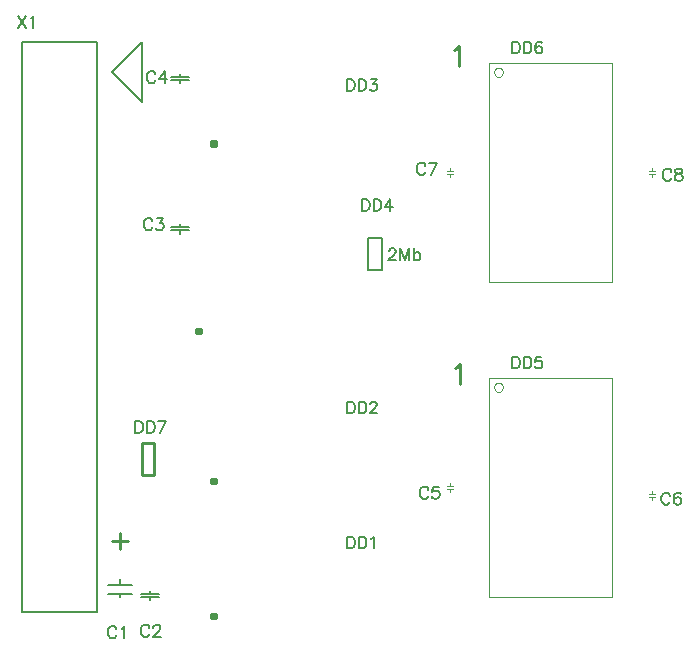
<source format=gto>
G04 Rezonit PCAD EXPORT*
G04 layer position = 4*
G04 layer base position = 4*
G04 layer type = 6*
G04 layer flash color = 12*
G04 layer line color = 12*
G04*
G04  File:            MSX2MB1.GTO, Fri Nov 10 22:01:54 2023*
G04  Source:          P-CAD 2006 PCB, Version 19.02.958, (D:\PCAD\MSX_MEM\MSX2MB\MSX2MB1.pcb)*
G04  Format:          Gerber Format (RS-274-D), ASCII*
G04*
G04  Format Options:  Absolute Positioning*
G04                   Leading-Zero Suppression*
G04                   Scale Factor 1:1*
G04                   NO Circular Interpolation*
G04                   Millimeter Units*
G04                   Numeric Format: 4.4 (XXXX.XXXX)*
G04                   G54 NOT Used for Aperture Change*
G04                   Apertures Embedded*
G04*
G04  File Options:    Offset = (0.000mm,0.000mm)*
G04                   Drill Symbol Size = 0.000mm*
G04                   No Pad/Via Holes*
G04*
G04  File Contents:   No Pads*
G04                   No Vias*
G04                   Designators*
G04                   No Types*
G04                   No Values*
G04                   No Drill Symbols*
G04                   Top Silk*
G04*
%INMSX2MB1.GTO*%
%ICAS*%
%MOMM*%
G04*
G04  Aperture MACROs for general use --- invoked via D-code assignment *
G04*
G04  General MACRO for flashed round with rotation and/or offset hole *
%AMROTOFFROUND*
1,1,$1,0.0000,0.0000*
1,0,$2,$3,$4*%
G04*
G04  General MACRO for flashed oval (obround) with rotation and/or offset hole *
%AMROTOFFOVAL*
21,1,$1,$2,0.0000,0.0000,$3*
1,1,$4,$5,$6*
1,1,$4,0-$5,0-$6*
1,0,$7,$8,$9*%
G04*
G04  General MACRO for flashed oval (obround) with rotation and no hole *
%AMROTOVALNOHOLE*
21,1,$1,$2,0.0000,0.0000,$3*
1,1,$4,$5,$6*
1,1,$4,0-$5,0-$6*%
G04*
G04  General MACRO for flashed rectangle with rotation and/or offset hole *
%AMROTOFFRECT*
21,1,$1,$2,0.0000,0.0000,$3*
1,0,$4,$5,$6*%
G04*
G04  General MACRO for flashed rectangle with rotation and no hole *
%AMROTRECTNOHOLE*
21,1,$1,$2,0.0000,0.0000,$3*%
G04*
G04  General MACRO for flashed rounded-rectangle *
%AMROUNDRECT*
21,1,$1,$2-$4,0.0000,0.0000,$3*
21,1,$1-$4,$2,0.0000,0.0000,$3*
1,1,$4,$5,$6*
1,1,$4,$7,$8*
1,1,$4,0-$5,0-$6*
1,1,$4,0-$7,0-$8*
1,0,$9,$10,$11*%
G04*
G04  General MACRO for flashed rounded-rectangle with rotation and no hole *
%AMROUNDRECTNOHOLE*
21,1,$1,$2-$4,0.0000,0.0000,$3*
21,1,$1-$4,$2,0.0000,0.0000,$3*
1,1,$4,$5,$6*
1,1,$4,$7,$8*
1,1,$4,0-$5,0-$6*
1,1,$4,0-$7,0-$8*%
G04*
G04  General MACRO for flashed regular polygon *
%AMREGPOLY*
5,1,$1,0.0000,0.0000,$2,$3+$4*
1,0,$5,$6,$7*%
G04*
G04  General MACRO for flashed regular polygon with no hole *
%AMREGPOLYNOHOLE*
5,1,$1,0.0000,0.0000,$2,$3+$4*%
G04*
G04  General MACRO for target *
%AMTARGET*
6,0,0,$1,$2,$3,4,$4,$5,$6*%
G04*
G04  General MACRO for mounting hole *
%AMMTHOLE*
1,1,$1,0,0*
1,0,$2,0,0*
$1=$1-$2*
$1=$1/2*
21,1,$2+$1,$3,0,0,$4*
21,1,$3,$2+$1,0,0,$4*%
G04*
G04*
G04  D10 : "Ellipse X0.254mm Y0.254mm H0.000mm 0.0deg (0.000mm,0.000mm) Draw"*
G04  Disc: OuterDia=0.2540*
%ADD10C, 0.2540*%
G04  D11 : "Ellipse X0.300mm Y0.300mm H0.000mm 0.0deg (0.000mm,0.000mm) Draw"*
G04  Disc: OuterDia=0.3000*
%ADD11C, 0.3000*%
G04  D12 : "Ellipse X0.381mm Y0.381mm H0.000mm 0.0deg (0.000mm,0.000mm) Draw"*
G04  Disc: OuterDia=0.3810*
%ADD12C, 0.3810*%
G04  D13 : "Ellipse X0.400mm Y0.400mm H0.000mm 0.0deg (0.000mm,0.000mm) Draw"*
G04  Disc: OuterDia=0.4000*
%ADD13C, 0.4000*%
G04  D14 : "Ellipse X0.450mm Y0.450mm H0.000mm 0.0deg (0.000mm,0.000mm) Draw"*
G04  Disc: OuterDia=0.4500*
%ADD14C, 0.4500*%
G04  D15 : "Ellipse X0.500mm Y0.500mm H0.000mm 0.0deg (0.000mm,0.000mm) Draw"*
G04  Disc: OuterDia=0.5000*
%ADD15C, 0.5000*%
G04  D16 : "Ellipse X0.050mm Y0.050mm H0.000mm 0.0deg (0.000mm,0.000mm) Draw"*
G04  Disc: OuterDia=0.0500*
%ADD16C, 0.0500*%
G04  D17 : "Ellipse X0.635mm Y0.635mm H0.000mm 0.0deg (0.000mm,0.000mm) Draw"*
G04  Disc: OuterDia=0.6350*
%ADD17C, 0.6350*%
G04  D18 : "Ellipse X0.100mm Y0.100mm H0.000mm 0.0deg (0.000mm,0.000mm) Draw"*
G04  Disc: OuterDia=0.1000*
%ADD18C, 0.1000*%
G04  D19 : "Ellipse X0.127mm Y0.127mm H0.000mm 0.0deg (0.000mm,0.000mm) Draw"*
G04  Disc: OuterDia=0.1270*
%ADD19C, 0.1270*%
G04  D20 : "Ellipse X0.150mm Y0.150mm H0.000mm 0.0deg (0.000mm,0.000mm) Draw"*
G04  Disc: OuterDia=0.1500*
%ADD20C, 0.1500*%
G04  D21 : "Ellipse X0.200mm Y0.200mm H0.000mm 0.0deg (0.000mm,0.000mm) Draw"*
G04  Disc: OuterDia=0.2000*
%ADD21C, 0.2000*%
G04  D22 : "Ellipse X0.250mm Y0.250mm H0.000mm 0.0deg (0.000mm,0.000mm) Draw"*
G04  Disc: OuterDia=0.2500*
%ADD22C, 0.2500*%
G04  D23 : "Ellipse X0.250mm Y0.250mm H0.000mm 0.0deg (0.000mm,0.000mm) Draw"*
G04  Disc: OuterDia=0.2500*
%ADD23C, 0.2500*%
G04  D24 : "Ellipse X2.652mm Y2.652mm H0.000mm 0.0deg (0.000mm,0.000mm) Flash"*
G04  Disc: OuterDia=2.6520*
%ADD24C, 2.6520*%
G04  D25 : "Ellipse X1.524mm Y1.524mm H0.000mm 0.0deg (0.000mm,0.000mm) Flash"*
G04  Disc: OuterDia=1.5240*
%ADD25C, 1.5240*%
G04  D26 : "Ellipse X1.676mm Y1.676mm H0.000mm 0.0deg (0.000mm,0.000mm) Flash"*
G04  Disc: OuterDia=1.6760*
%ADD26C, 1.6760*%
G04  D27 : "Mounting Hole X2.500mm Y2.500mm H0.000mm 0.0deg (0.000mm,0.000mm) Flash"*
G04  Mounting Hole: Diameter=2.5000, Rotation=0.0, LineWidth=0.1270 *
%ADD27MTHOLE, 2.5000 X1.9920 X0.1270 X0.0*%
G04  D28 : "Polygon X1.150mm Y0.800mm H0.000mm 90.0deg (0.000mm,0.000mm) Flash"*
G04  Irregular Polygon: DimX=1.1500, DimY=0.8000, Rotation=90.0, OffsetX=0.0000, OffsetY=0.0000, HoleDia=0.0000 *
%AMIRREGPOLYD28*
4,1,5,
-0.4000, -0.4000,
0.3500, -0.4000,
0.7500, 0.0000,
0.3500, 0.4000,
-0.4000, 0.4000,
-0.4000, -0.4000,
$1*%
%ADD28IRREGPOLYD28, 90.0*%
G04  D29 : "Polygon X1.150mm Y0.800mm H0.000mm 90.0deg (0.000mm,0.000mm) Flash"*
G04  Irregular Polygon: DimX=1.1500, DimY=0.8000, Rotation=90.0, OffsetX=0.0000, OffsetY=0.0000, HoleDia=0.0000 *
%AMIRREGPOLYD29*
4,1,5,
-0.7500, 0.4000,
-0.3500, 0.0000,
-0.7500, -0.4000,
0.4000, -0.4000,
0.4000, 0.4000,
-0.7500, 0.4000,
$1*%
%ADD29IRREGPOLYD29, 90.0*%
G04  D30 : "Polygon X1.338mm Y0.956mm H0.000mm 90.0deg (0.000mm,0.000mm) Flash"*
G04  Irregular Polygon: DimX=1.3381, DimY=0.9558, Rotation=90.0, OffsetX=0.0000, OffsetY=0.0000, HoleDia=0.0000 *
%AMIRREGPOLYD30*
4,1,5,
-0.4779, 0.4779,
-0.4779, -0.4779,
0.3823, -0.4779,
0.8602, 0.0000,
0.3823, 0.4779,
-0.4779, 0.4779,
$1*%
%ADD30IRREGPOLYD30, 90.0*%
G04  D31 : "Polygon X1.416mm Y0.956mm H0.000mm 90.0deg (0.000mm,0.000mm) Flash"*
G04  Irregular Polygon: DimX=1.4160, DimY=0.9558, Rotation=90.0, OffsetX=0.0000, OffsetY=0.0000, HoleDia=0.0000 *
%AMIRREGPOLYD31*
4,1,5,
-0.4602, 0.0000,
-0.9381, -0.4779,
0.4779, -0.4779,
0.4779, 0.4779,
-0.9381, 0.4779,
-0.4602, 0.0000,
$1*%
%ADD31IRREGPOLYD31, 90.0*%
G04  D32 : "Rectangle X0.800mm Y0.600mm H0.000mm 0.0deg (0.000mm,0.000mm) Flash"*
G04  Rectangular: DimX=0.8000, DimY=0.6000, Rotation=0.0, OffsetX=0.0000, OffsetY=0.0000, HoleDia=0.0000 *
%ADD32R, 0.8000 X0.6000*%
G04  D33 : "Rectangle X0.952mm Y0.752mm H0.000mm 0.0deg (0.000mm,0.000mm) Flash"*
G04  Rectangular: DimX=0.9520, DimY=0.7520, Rotation=0.0, OffsetX=0.0000, OffsetY=0.0000, HoleDia=0.0000 *
%ADD33R, 0.9520 X0.7520*%
G04  D34 : "Rectangle X0.889mm Y1.016mm H0.000mm 0.0deg (0.000mm,0.000mm) Flash"*
G04  Rectangular: DimX=0.8890, DimY=1.0160, Rotation=0.0, OffsetX=0.0000, OffsetY=0.0000, HoleDia=0.0000 *
%ADD34R, 0.8890 X1.0160*%
G04  D35 : "Rectangle X1.041mm Y1.168mm H0.000mm 0.0deg (0.000mm,0.000mm) Flash"*
G04  Rectangular: DimX=1.0410, DimY=1.1680, Rotation=0.0, OffsetX=0.0000, OffsetY=0.0000, HoleDia=0.0000 *
%ADD35R, 1.0410 X1.1680*%
G04  D36 : "Rectangle X1.450mm Y0.450mm H0.000mm 0.0deg (0.000mm,0.000mm) Flash"*
G04  Rectangular: DimX=1.4500, DimY=0.4500, Rotation=0.0, OffsetX=0.0000, OffsetY=0.0000, HoleDia=0.0000 *
%ADD36R, 1.4500 X0.4500*%
G04  D37 : "Rectangle X1.422mm Y1.524mm H0.000mm 0.0deg (0.000mm,0.000mm) Flash"*
G04  Rectangular: DimX=1.4224, DimY=1.5240, Rotation=0.0, OffsetX=0.0000, OffsetY=0.0000, HoleDia=0.0000 *
%ADD37R, 1.4224 X1.5240*%
G04  D38 : "Rectangle X1.524mm Y1.524mm H0.000mm 0.0deg (0.000mm,0.000mm) Flash"*
G04  Square: Side=1.5240, Rotation=0.0, OffsetX=0.0000, OffsetY=0.0000, HoleDia=0.0000*
%ADD38R, 1.5240 X1.5240*%
G04  D39 : "Rectangle X1.602mm Y0.602mm H0.000mm 0.0deg (0.000mm,0.000mm) Flash"*
G04  Rectangular: DimX=1.6020, DimY=0.6020, Rotation=0.0, OffsetX=0.0000, OffsetY=0.0000, HoleDia=0.0000 *
%ADD39R, 1.6020 X0.6020*%
G04  D40 : "Rectangle X1.574mm Y1.676mm H0.000mm 0.0deg (0.000mm,0.000mm) Flash"*
G04  Rectangular: DimX=1.5744, DimY=1.6760, Rotation=0.0, OffsetX=0.0000, OffsetY=0.0000, HoleDia=0.0000 *
%ADD40R, 1.5744 X1.6760*%
G04  D41 : "Rectangle X1.676mm Y1.676mm H0.000mm 0.0deg (0.000mm,0.000mm) Flash"*
G04  Square: Side=1.6760, Rotation=0.0, OffsetX=0.0000, OffsetY=0.0000, HoleDia=0.0000*
%ADD41R, 1.6760 X1.6760*%
G04  D42 : "Rectangle X2.591mm Y1.778mm H0.000mm 0.0deg (0.000mm,0.000mm) Flash"*
G04  Rectangular: DimX=2.5908, DimY=1.7780, Rotation=0.0, OffsetX=0.0000, OffsetY=0.0000, HoleDia=0.0000 *
%ADD42R, 2.5908 X1.7780*%
G04  D43 : "Rectangle X2.743mm Y1.930mm H0.000mm 0.0deg (0.000mm,0.000mm) Flash"*
G04  Rectangular: DimX=2.7428, DimY=1.9300, Rotation=0.0, OffsetX=0.0000, OffsetY=0.0000, HoleDia=0.0000 *
%ADD43R, 2.7428 X1.9300*%
G04  D44 : "Rectangle X0.660mm Y2.032mm H0.000mm 0.0deg (0.000mm,0.000mm) Flash"*
G04  Rectangular: DimX=0.6604, DimY=2.0320, Rotation=0.0, OffsetX=0.0000, OffsetY=0.0000, HoleDia=0.0000 *
%ADD44R, 0.6604 X2.0320*%
G04  D45 : "Rectangle X0.812mm Y2.184mm H0.000mm 0.0deg (0.000mm,0.000mm) Flash"*
G04  Rectangular: DimX=0.8124, DimY=2.1840, Rotation=0.0, OffsetX=0.0000, OffsetY=0.0000, HoleDia=0.0000 *
%ADD45R, 0.8124 X2.1840*%
G04  D46 : "Ellipse X1.016mm Y1.016mm H0.000mm 0.0deg (0.000mm,0.000mm) Flash"*
G04  Disc: OuterDia=1.0160*
%ADD46C, 1.0160*%
G04  D47 : "Ellipse X1.168mm Y1.168mm H0.000mm 0.0deg (0.000mm,0.000mm) Flash"*
G04  Disc: OuterDia=1.1680*
%ADD47C, 1.1680*%
G04*
%FSLAX44Y44*%
%SFA1B1*%
%OFA0.000B0.000*%
G04*
G71*
G90*
G01*
D2*
%LNTop Silk*%
D21*
X641350Y952500*
X666750Y977900D1*
Y927100*
X641350Y952500*
X875665Y800895D2*
Y801371D1*
X876141Y802324*
X876617Y802800*
X877570Y803276*
X879475*
X880428Y802800*
X880904Y802324*
X881380Y801371*
Y800418*
X880904Y799466*
X879952Y798037*
X875188Y793274*
X881857*
X892812D2*
Y803276D1*
X889001Y793274*
X885191Y803276*
Y793274*
X896622Y803276D2*
Y793274D1*
Y798513D2*
X897575Y799466D1*
X898528Y799942*
X899957*
X900909Y799466*
X901862Y798513*
X902338Y797084*
Y796132*
X901862Y794703*
X900909Y793750*
X899957Y793274*
X898528*
X897575Y793750*
X896622Y794703*
D2*
D10*
X930592Y971550*
X932180Y972343D1*
X934561Y974725*
Y958056*
D2*
D21*
X561476Y999915*
X568038Y990071D1*
Y999915D2*
X561476Y990071D1*
X572257Y998040D2*
X573195Y998508D1*
X574601Y999915*
Y990071*
D2*
D10*
X931862Y702310*
X933450Y703103D1*
X935831Y705485*
Y688816*
D2*
D21*
X565150Y495300*
Y977900D1*
X628650D2*
Y495300D1*
X565150*
Y977900D2*
X628650D1*
D2*
D20*
X857600Y785210*
X869600D1*
X857600Y812210D2*
X869600D1*
Y785210D2*
Y812210D1*
X857600Y785210D2*
Y812210D1*
D2*
D21*
D16*
X1101090Y868680*
X1096010D1*
Y866140D2*
X1101090D1*
X1098550D2*
Y863600D1*
Y871220D2*
Y868680D1*
D2*
D21*
X1114818Y868300*
X1114337Y869261D1*
X1113377Y870222*
X1112416Y870703*
X1110494*
X1109533Y870222*
X1108572Y869261*
X1108091Y868300*
X1107611Y866859*
Y864457*
X1108091Y863015*
X1108572Y862054*
X1109533Y861093*
X1110494Y860613*
X1112416*
X1113377Y861093*
X1114337Y862054*
X1114818Y863015*
X1120103Y870703D2*
X1118662Y870222D1*
X1118181Y869261*
Y868300*
X1118662Y867339*
X1119623Y866859*
X1121544Y866378*
X1122986Y865898*
X1123947Y864937*
X1124427Y863976*
Y862535*
X1123947Y861574*
X1123466Y861093*
X1122025Y860613*
X1120103*
X1118662Y861093*
X1118181Y861574*
X1117701Y862535*
Y863976*
X1118181Y864937*
X1119142Y865898*
X1120584Y866378*
X1122505Y866859*
X1123466Y867339*
X1123947Y868300*
Y869261*
X1123466Y870222*
X1122025Y870703*
X1120103*
D2*
D10*
X654577Y555384*
X641056D1*
X647817Y562145D2*
Y548623D1*
D2*
D19*
X657860Y518160*
X637540D1*
X657860Y510540D2*
X637540D1*
X647700D2*
Y508000D1*
Y523240D2*
Y518160D1*
D2*
D21*
X644918Y480950*
X644437Y481911D1*
X643477Y482872*
X642516Y483353*
X640594*
X639633Y482872*
X638672Y481911*
X638191Y480950*
X637711Y479509*
Y477107*
X638191Y475665*
X638672Y474704*
X639633Y473743*
X640594Y473263*
X642516*
X643477Y473743*
X644437Y474704*
X644918Y475665*
X649242Y481431D2*
X650203Y481911D1*
X651644Y483353*
Y473263*
D2*
D16*
X1101090Y595630*
X1096010D1*
Y593090D2*
X1101090D1*
X1098550Y598170D2*
Y595630D1*
Y593090D2*
Y590550D1*
D2*
D21*
X1113548Y593980*
X1113067Y594941D1*
X1112107Y595902*
X1111146Y596383*
X1109224*
X1108263Y595902*
X1107302Y594941*
X1106821Y593980*
X1106341Y592539*
Y590137*
X1106821Y588695*
X1107302Y587734*
X1108263Y586773*
X1109224Y586293*
X1111146*
X1112107Y586773*
X1113067Y587734*
X1113548Y588695*
X1122677Y594941D2*
X1122196Y595902D1*
X1120755Y596383*
X1119794*
X1118353Y595902*
X1117392Y594461*
X1116911Y592058*
Y589656*
X1117392Y587734*
X1118353Y586773*
X1119794Y586293*
X1120274*
X1121716Y586773*
X1122677Y587734*
X1123157Y589176*
Y589656*
X1122677Y591097*
X1121716Y592058*
X1120274Y592539*
X1119794*
X1118353Y592058*
X1117392Y591097*
X1116911Y589656*
D2*
D10*
X666650Y638750*
X676650D1*
Y611250*
X666650*
Y638750*
D2*
D21*
X661005Y657015*
Y647171D1*
X664286*
X665692Y647640*
X666630Y648577*
X667098Y649515*
X667567Y650921*
Y653265*
X667098Y654671*
X666630Y655608*
X665692Y656546*
X664286Y657015*
X661005*
X670848D2*
Y647171D1*
X674129*
X675536Y647640*
X676473Y648577*
X676942Y649515*
X677411Y650921*
Y653265*
X676942Y654671*
X676473Y655608*
X675536Y656546*
X674129Y657015*
X670848*
X682098Y647171D2*
X686786Y657015D1*
X680223*
D2*
D16*
X929640Y868680*
X924560D1*
Y866140D2*
X929640D1*
X927100D2*
Y863600D1*
Y871220D2*
Y868680D1*
D2*
D21*
X906538Y873380*
X906057Y874341D1*
X905097Y875302*
X904136Y875783*
X902214*
X901253Y875302*
X900292Y874341*
X899811Y873380*
X899331Y871939*
Y869537*
X899811Y868095*
X900292Y867134*
X901253Y866173*
X902214Y865693*
X904136*
X905097Y866173*
X906057Y867134*
X906538Y868095*
X911343Y865693D2*
X916147Y875783D1*
X909421*
D2*
D19*
X706120Y948690*
X690880D1*
X706120Y946150D2*
X690880D1*
X698500D2*
Y943610D1*
Y951230D2*
Y948690D1*
D2*
D21*
X677938Y950850*
X677457Y951811D1*
X676497Y952772*
X675536Y953253*
X673614*
X672653Y952772*
X671692Y951811*
X671211Y950850*
X670731Y949409*
Y947007*
X671211Y945565*
X671692Y944604*
X672653Y943643*
X673614Y943163*
X675536*
X676497Y943643*
X677457Y944604*
X677938Y945565*
X685625Y943163D2*
Y953253D1*
X680821Y946526*
X688028*
D2*
D10*
X726440Y491490*
X727710D1*
X728980Y494030D2*
X725170D1*
Y490220*
X728980*
Y494030*
D2*
D21*
X840075Y559225*
Y549381D1*
X843356*
X844762Y549850*
X845700Y550787*
X846168Y551725*
X846637Y553131*
Y555475*
X846168Y556881*
X845700Y557818*
X844762Y558756*
X843356Y559225*
X840075*
X849918D2*
Y549381D1*
X853199*
X854606Y549850*
X855543Y550787*
X856012Y551725*
X856481Y553131*
Y555475*
X856012Y556881*
X855543Y557818*
X854606Y558756*
X853199Y559225*
X849918*
X860700Y557350D2*
X861637Y557818D1*
X863043Y559225*
Y549381*
D2*
D16*
X929640Y601980*
X924560D1*
Y599440D2*
X929640D1*
X927100Y604520D2*
Y601980D1*
Y599440D2*
Y596900D1*
D2*
D21*
X909078Y599060*
X908597Y600021D1*
X907637Y600982*
X906676Y601463*
X904754*
X903793Y600982*
X902832Y600021*
X902351Y599060*
X901871Y597619*
Y595217*
X902351Y593775*
X902832Y592814*
X903793Y591853*
X904754Y591373*
X906676*
X907637Y591853*
X908597Y592814*
X909078Y593775*
X917726Y601463D2*
X912922D1*
X912441Y597138*
X912922Y597619*
X914363Y598099*
X915804*
X917246Y597619*
X918207Y596658*
X918687Y595217*
Y594256*
X918207Y592814*
X917246Y591853*
X915804Y591373*
X914363*
X912922Y591853*
X912441Y592334*
X911961Y593295*
D2*
D19*
X680720Y510540*
X665480D1*
X680720Y508000D2*
X665480D1*
X673100Y513080D2*
Y510540D1*
Y508000D2*
Y505460D1*
D2*
D21*
X672858Y482220*
X672377Y483181D1*
X671417Y484142*
X670456Y484623*
X668534*
X667573Y484142*
X666612Y483181*
X666131Y482220*
X665651Y480779*
Y478377*
X666131Y476935*
X666612Y475974*
X667573Y475013*
X668534Y474533*
X670456*
X671417Y475013*
X672377Y475974*
X672858Y476935*
X676221Y482220D2*
Y482701D1*
X676702Y483662*
X677182Y484142*
X678143Y484623*
X680065*
X681026Y484142*
X681506Y483662*
X681987Y482701*
Y481740*
X681506Y480779*
X680545Y479337*
X675741Y474533*
X682467*
D2*
D10*
X713740Y732790*
X715010D1*
X716280Y735330D2*
X712470D1*
Y731520*
X716280*
Y735330*
D2*
D21*
X852775Y844975*
Y835131D1*
X856056*
X857462Y835600*
X858400Y836537*
X858868Y837475*
X859337Y838881*
Y841225*
X858868Y842631*
X858400Y843568*
X857462Y844506*
X856056Y844975*
X852775*
X862618D2*
Y835131D1*
X865899*
X867306Y835600*
X868243Y836537*
X868712Y837475*
X869181Y838881*
Y841225*
X868712Y842631*
X868243Y843568*
X867306Y844506*
X865899Y844975*
X862618*
X876681Y835131D2*
Y844975D1*
X871993Y838412*
X879025*
D2*
D19*
X706120Y821690*
X690880D1*
X706120Y819150D2*
X690880D1*
X698500D2*
Y815340D1*
Y824230D2*
Y821690D1*
D2*
D21*
X675398Y826390*
X674917Y827351D1*
X673957Y828312*
X672996Y828793*
X671074*
X670113Y828312*
X669152Y827351*
X668671Y826390*
X668191Y824949*
Y822547*
X668671Y821105*
X669152Y820144*
X670113Y819183*
X671074Y818703*
X672996*
X673957Y819183*
X674917Y820144*
X675398Y821105*
X679242Y828793D2*
X684527D1*
X681644Y824949*
X683085*
X684046Y824468*
X684527Y823988*
X685007Y822547*
Y821586*
X684527Y820144*
X683566Y819183*
X682124Y818703*
X680683*
X679242Y819183*
X678761Y819664*
X678281Y820625*
D2*
D10*
X726440Y605790*
X727710D1*
X728980Y608330D2*
X725170D1*
Y604520*
X728980*
Y608330*
D2*
D21*
X840075Y673525*
Y663681D1*
X843356*
X844762Y664150*
X845700Y665087*
X846168Y666025*
X846637Y667431*
Y669775*
X846168Y671181*
X845700Y672118*
X844762Y673056*
X843356Y673525*
X840075*
X849918D2*
Y663681D1*
X853199*
X854606Y664150*
X855543Y665087*
X856012Y666025*
X856481Y667431*
Y669775*
X856012Y671181*
X855543Y672118*
X854606Y673056*
X853199Y673525*
X849918*
X859762Y671181D2*
Y671650D1*
X860231Y672587*
X860700Y673056*
X861637Y673525*
X863512*
X864450Y673056*
X864918Y672587*
X865387Y671650*
Y670712*
X864918Y669775*
X863981Y668368*
X859293Y663681*
X865856*
D2*
D10*
X726440Y891540*
X727710D1*
X728980Y894080D2*
X725170D1*
Y890270*
X728980*
Y894080*
D2*
D21*
X840075Y946575*
Y936731D1*
X843356*
X844762Y937200*
X845700Y938137*
X846168Y939075*
X846637Y940481*
Y942825*
X846168Y944231*
X845700Y945168*
X844762Y946106*
X843356Y946575*
X840075*
X849918D2*
Y936731D1*
X853199*
X854606Y937200*
X855543Y938137*
X856012Y939075*
X856481Y940481*
Y942825*
X856012Y944231*
X855543Y945168*
X854606Y946106*
X853199Y946575*
X849918*
X860231D2*
X865387D1*
X862575Y942825*
X863981*
X864918Y942356*
X865387Y941887*
X865856Y940481*
Y939543*
X865387Y938137*
X864450Y937200*
X863043Y936731*
X861637*
X860231Y937200*
X859762Y937668*
X859293Y938606*
D2*
D18*
X964500Y685800*
X965263Y683448D1*
X967263Y681995*
X969736*
X971736Y683448*
X972500Y685800*
X971736Y688151*
X969736Y689604*
X967263*
X965263Y688151*
X964500Y685800*
X960500Y693800D2*
X960300Y508200D1*
X1064260Y508000D2*
X1064500Y693800D1*
X960500*
Y507900D2*
X1064260Y508000D1*
D2*
D21*
X979775Y711625*
Y701781D1*
X983056*
X984462Y702250*
X985400Y703187*
X985868Y704125*
X986337Y705531*
Y707875*
X985868Y709281*
X985400Y710218*
X984462Y711156*
X983056Y711625*
X979775*
X989618D2*
Y701781D1*
X992899*
X994306Y702250*
X995243Y703187*
X995712Y704125*
X996181Y705531*
Y707875*
X995712Y709281*
X995243Y710218*
X994306Y711156*
X992899Y711625*
X989618*
X1004618D2*
X999931D1*
X999462Y707406*
X999931Y707875*
X1001337Y708343*
X1002743*
X1004150Y707875*
X1005087Y706937*
X1005556Y705531*
Y704593*
X1005087Y703187*
X1004150Y702250*
X1002743Y701781*
X1001337*
X999931Y702250*
X999462Y702718*
X998993Y703656*
D2*
D18*
X972500Y952500*
X971736Y950148D1*
X969736Y948695*
X967263*
X965263Y950148*
X964500Y952500*
X965263Y954851*
X967263Y956304*
X969736*
X971736Y954851*
X972500Y952500*
X960500Y960500D2*
X960300Y774900D1*
X1064260Y774700D2*
X1064500Y960500D1*
X960500*
Y774600D2*
X1064260Y774700D1*
D2*
D21*
X979775Y978325*
Y968481D1*
X983056*
X984462Y968950*
X985400Y969887*
X985868Y970825*
X986337Y972231*
Y974575*
X985868Y975981*
X985400Y976918*
X984462Y977856*
X983056Y978325*
X979775*
X989618D2*
Y968481D1*
X992899*
X994306Y968950*
X995243Y969887*
X995712Y970825*
X996181Y972231*
Y974575*
X995712Y975981*
X995243Y976918*
X994306Y977856*
X992899Y978325*
X989618*
X1005087Y976918D2*
X1004618Y977856D1*
X1003212Y978325*
X1002275*
X1000868Y977856*
X999931Y976450*
X999462Y974106*
Y971762*
X999931Y969887*
X1000868Y968950*
X1002275Y968481*
X1002743*
X1004150Y968950*
X1005087Y969887*
X1005556Y971293*
Y971762*
X1005087Y973168*
X1004150Y974106*
X1002743Y974575*
X1002275*
X1000868Y974106*
X999931Y973168*
X999462Y971762*
D02M02*

</source>
